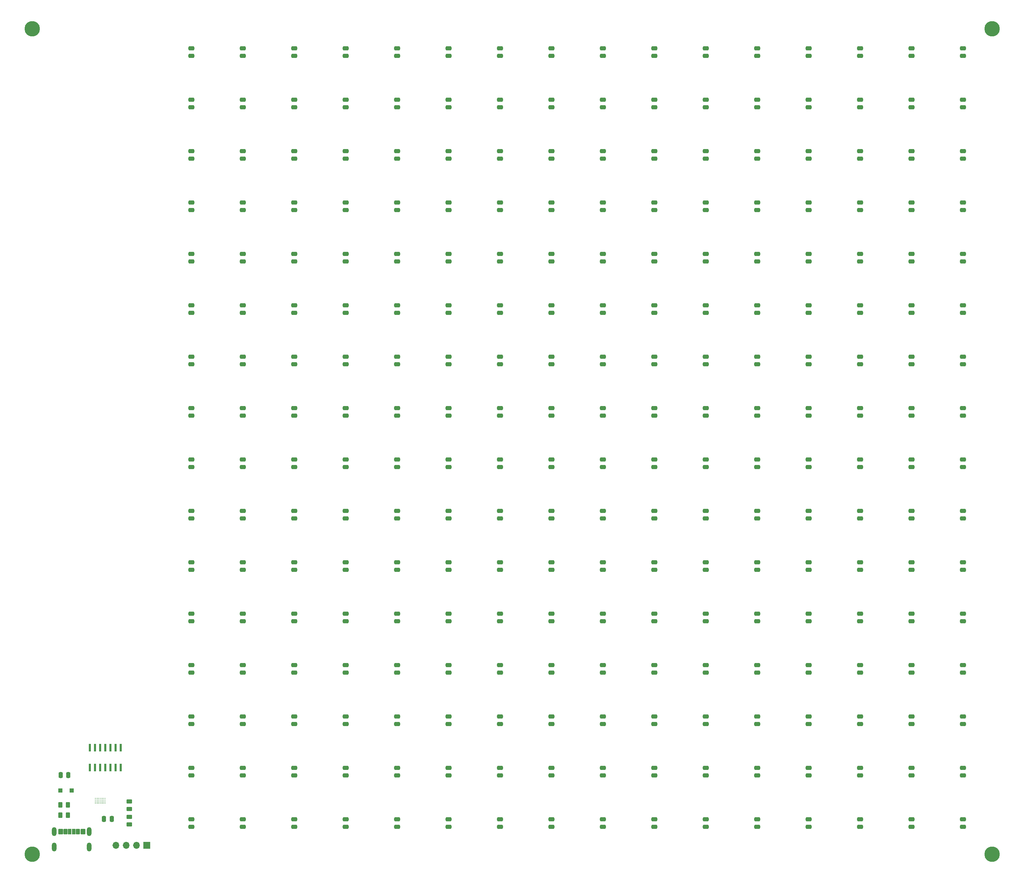
<source format=gbr>
%TF.GenerationSoftware,KiCad,Pcbnew,(7.0.0-0)*%
%TF.CreationDate,2023-09-26T09:25:19-06:00*%
%TF.ProjectId,led-matrix-v2-0,6c65642d-6d61-4747-9269-782d76322d30,4*%
%TF.SameCoordinates,Original*%
%TF.FileFunction,Soldermask,Bot*%
%TF.FilePolarity,Negative*%
%FSLAX46Y46*%
G04 Gerber Fmt 4.6, Leading zero omitted, Abs format (unit mm)*
G04 Created by KiCad (PCBNEW (7.0.0-0)) date 2023-09-26 09:25:19*
%MOMM*%
%LPD*%
G01*
G04 APERTURE LIST*
G04 Aperture macros list*
%AMRoundRect*
0 Rectangle with rounded corners*
0 $1 Rounding radius*
0 $2 $3 $4 $5 $6 $7 $8 $9 X,Y pos of 4 corners*
0 Add a 4 corners polygon primitive as box body*
4,1,4,$2,$3,$4,$5,$6,$7,$8,$9,$2,$3,0*
0 Add four circle primitives for the rounded corners*
1,1,$1+$1,$2,$3*
1,1,$1+$1,$4,$5*
1,1,$1+$1,$6,$7*
1,1,$1+$1,$8,$9*
0 Add four rect primitives between the rounded corners*
20,1,$1+$1,$2,$3,$4,$5,0*
20,1,$1+$1,$4,$5,$6,$7,0*
20,1,$1+$1,$6,$7,$8,$9,0*
20,1,$1+$1,$8,$9,$2,$3,0*%
G04 Aperture macros list end*
%ADD10R,1.700000X1.700000*%
%ADD11O,1.700000X1.700000*%
%ADD12C,3.800000*%
%ADD13RoundRect,0.250000X-0.475000X0.250000X-0.475000X-0.250000X0.475000X-0.250000X0.475000X0.250000X0*%
%ADD14R,0.558800X1.981200*%
%ADD15RoundRect,0.250000X-0.450000X0.262500X-0.450000X-0.262500X0.450000X-0.262500X0.450000X0.262500X0*%
%ADD16RoundRect,0.250000X0.262500X0.450000X-0.262500X0.450000X-0.262500X-0.450000X0.262500X-0.450000X0*%
%ADD17RoundRect,0.250000X0.300000X0.300000X-0.300000X0.300000X-0.300000X-0.300000X0.300000X-0.300000X0*%
%ADD18RoundRect,0.250000X0.250000X0.475000X-0.250000X0.475000X-0.250000X-0.475000X0.250000X-0.475000X0*%
%ADD19RoundRect,0.102000X0.350000X-0.575000X0.350000X0.575000X-0.350000X0.575000X-0.350000X-0.575000X0*%
%ADD20RoundRect,0.102000X0.400000X-0.575000X0.400000X0.575000X-0.400000X0.575000X-0.400000X-0.575000X0*%
%ADD21RoundRect,0.102000X0.450000X-0.575000X0.450000X0.575000X-0.450000X0.575000X-0.450000X-0.575000X0*%
%ADD22O,1.204000X2.204000*%
%ADD23RoundRect,0.250000X0.450000X-0.262500X0.450000X0.262500X-0.450000X0.262500X-0.450000X-0.262500X0*%
%ADD24C,0.230000*%
G04 APERTURE END LIST*
D10*
%TO.C,J1*%
X72339999Y-246799999D03*
D11*
X69799999Y-246799999D03*
X67259999Y-246799999D03*
X64719999Y-246799999D03*
%TD*%
D12*
%TO.C,REF\u002A\u002A*%
X44000000Y-45000000D03*
%TD*%
%TO.C,REF\u002A\u002A*%
X44000000Y-249000000D03*
%TD*%
%TO.C,REF\u002A\u002A*%
X281000000Y-45000000D03*
%TD*%
%TO.C,REF\u002A\u002A*%
X281000000Y-249000000D03*
%TD*%
D13*
%TO.C,C228*%
X235712000Y-100650000D03*
X235712000Y-102550000D03*
%TD*%
%TO.C,C36*%
X134112000Y-202250000D03*
X134112000Y-204150000D03*
%TD*%
%TO.C,C19*%
X108712000Y-214950000D03*
X108712000Y-216850000D03*
%TD*%
%TO.C,C90*%
X223012000Y-164150000D03*
X223012000Y-166050000D03*
%TD*%
%TO.C,C208*%
X197612000Y-138750000D03*
X197612000Y-140650000D03*
%TD*%
%TO.C,C153*%
X121412000Y-49850000D03*
X121412000Y-51750000D03*
%TD*%
%TO.C,C47*%
X146812000Y-227650000D03*
X146812000Y-229550000D03*
%TD*%
%TO.C,C200*%
X184912000Y-49850000D03*
X184912000Y-51750000D03*
%TD*%
%TO.C,C28*%
X121412000Y-189550000D03*
X121412000Y-191450000D03*
%TD*%
%TO.C,C173*%
X146812000Y-100650000D03*
X146812000Y-102550000D03*
%TD*%
%TO.C,C220*%
X223012000Y-87950000D03*
X223012000Y-89850000D03*
%TD*%
%TO.C,C113*%
X261112000Y-240350000D03*
X261112000Y-242250000D03*
%TD*%
%TO.C,C100*%
X235712000Y-202250000D03*
X235712000Y-204150000D03*
%TD*%
%TO.C,C162*%
X134112000Y-126050000D03*
X134112000Y-127950000D03*
%TD*%
%TO.C,C215*%
X210312000Y-62550000D03*
X210312000Y-64450000D03*
%TD*%
%TO.C,C27*%
X121412000Y-176850000D03*
X121412000Y-178750000D03*
%TD*%
%TO.C,C53*%
X159512000Y-189550000D03*
X159512000Y-191450000D03*
%TD*%
%TO.C,C59*%
X172212000Y-176850000D03*
X172212000Y-178750000D03*
%TD*%
%TO.C,C256*%
X273812000Y-138750000D03*
X273812000Y-140650000D03*
%TD*%
%TO.C,C125*%
X273812000Y-202250000D03*
X273812000Y-204150000D03*
%TD*%
%TO.C,C23*%
X108712000Y-164150000D03*
X108712000Y-166050000D03*
%TD*%
%TO.C,C167*%
X134112000Y-62550000D03*
X134112000Y-64450000D03*
%TD*%
%TO.C,C108*%
X248412000Y-189550000D03*
X248412000Y-191450000D03*
%TD*%
%TO.C,C166*%
X134112000Y-75250000D03*
X134112000Y-77150000D03*
%TD*%
%TO.C,C52*%
X159512000Y-202250000D03*
X159512000Y-204150000D03*
%TD*%
%TO.C,C140*%
X96012000Y-87950000D03*
X96012000Y-89850000D03*
%TD*%
%TO.C,C150*%
X108712000Y-75250000D03*
X108712000Y-77150000D03*
%TD*%
%TO.C,C135*%
X83312000Y-62550000D03*
X83312000Y-64450000D03*
%TD*%
%TO.C,C211*%
X210312000Y-113350000D03*
X210312000Y-115250000D03*
%TD*%
%TO.C,C73*%
X197612000Y-151450000D03*
X197612000Y-153350000D03*
%TD*%
%TO.C,C172*%
X146812000Y-87950000D03*
X146812000Y-89850000D03*
%TD*%
%TO.C,C196*%
X184912000Y-100650000D03*
X184912000Y-102550000D03*
%TD*%
%TO.C,C199*%
X184912000Y-62550000D03*
X184912000Y-64450000D03*
%TD*%
%TO.C,C65*%
X184912000Y-240350000D03*
X184912000Y-242250000D03*
%TD*%
%TO.C,C4*%
X83312000Y-202250000D03*
X83312000Y-204150000D03*
%TD*%
%TO.C,C239*%
X248412000Y-126050000D03*
X248412000Y-127950000D03*
%TD*%
%TO.C,C78*%
X197612000Y-214950000D03*
X197612000Y-216850000D03*
%TD*%
%TO.C,C242*%
X261112000Y-126050000D03*
X261112000Y-127950000D03*
%TD*%
%TO.C,C243*%
X261112000Y-113350000D03*
X261112000Y-115250000D03*
%TD*%
%TO.C,C210*%
X210312000Y-126050000D03*
X210312000Y-127950000D03*
%TD*%
%TO.C,C88*%
X210312000Y-151450000D03*
X210312000Y-153350000D03*
%TD*%
%TO.C,C67*%
X184912000Y-214950000D03*
X184912000Y-216850000D03*
%TD*%
%TO.C,C231*%
X235712000Y-62550000D03*
X235712000Y-64450000D03*
%TD*%
%TO.C,C112*%
X248412000Y-240350000D03*
X248412000Y-242250000D03*
%TD*%
%TO.C,C136*%
X83312000Y-49850000D03*
X83312000Y-51750000D03*
%TD*%
%TO.C,C193*%
X184912000Y-138750000D03*
X184912000Y-140650000D03*
%TD*%
%TO.C,C17*%
X108712000Y-240350000D03*
X108712000Y-242250000D03*
%TD*%
%TO.C,C158*%
X121412000Y-113350000D03*
X121412000Y-115250000D03*
%TD*%
%TO.C,C160*%
X121412000Y-138750000D03*
X121412000Y-140650000D03*
%TD*%
D14*
%TO.C,U1*%
X65909999Y-227563799D03*
X64639999Y-227563799D03*
X63369999Y-227563799D03*
X62099999Y-227563799D03*
X60829999Y-227563799D03*
X59559999Y-227563799D03*
X58289999Y-227563799D03*
X58289999Y-222636199D03*
X59559999Y-222636199D03*
X60829999Y-222636199D03*
X62099999Y-222636199D03*
X63369999Y-222636199D03*
X64639999Y-222636199D03*
X65909999Y-222636199D03*
%TD*%
D13*
%TO.C,C101*%
X235712000Y-189550000D03*
X235712000Y-191450000D03*
%TD*%
%TO.C,C185*%
X172212000Y-49850000D03*
X172212000Y-51750000D03*
%TD*%
%TO.C,C99*%
X235712000Y-214950000D03*
X235712000Y-216850000D03*
%TD*%
%TO.C,C76*%
X197612000Y-189550000D03*
X197612000Y-191450000D03*
%TD*%
%TO.C,C70*%
X184912000Y-176850000D03*
X184912000Y-178750000D03*
%TD*%
%TO.C,C84*%
X210312000Y-202250000D03*
X210312000Y-204150000D03*
%TD*%
%TO.C,C226*%
X235712000Y-126050000D03*
X235712000Y-127950000D03*
%TD*%
%TO.C,C72*%
X184912000Y-151450000D03*
X184912000Y-153350000D03*
%TD*%
%TO.C,C223*%
X223012000Y-126050000D03*
X223012000Y-127950000D03*
%TD*%
%TO.C,C50*%
X159512000Y-227650000D03*
X159512000Y-229550000D03*
%TD*%
%TO.C,C39*%
X134112000Y-164150000D03*
X134112000Y-166050000D03*
%TD*%
%TO.C,C41*%
X146812000Y-151450000D03*
X146812000Y-153350000D03*
%TD*%
%TO.C,C25*%
X121412000Y-151450000D03*
X121412000Y-153350000D03*
%TD*%
%TO.C,C33*%
X134112000Y-240350000D03*
X134112000Y-242250000D03*
%TD*%
%TO.C,C232*%
X235712000Y-49850000D03*
X235712000Y-51750000D03*
%TD*%
%TO.C,C109*%
X248412000Y-202250000D03*
X248412000Y-204150000D03*
%TD*%
%TO.C,C44*%
X146812000Y-189550000D03*
X146812000Y-191450000D03*
%TD*%
%TO.C,C251*%
X273812000Y-75250000D03*
X273812000Y-77150000D03*
%TD*%
%TO.C,C168*%
X134112000Y-49850000D03*
X134112000Y-51750000D03*
%TD*%
%TO.C,C130*%
X83312000Y-126050000D03*
X83312000Y-127950000D03*
%TD*%
%TO.C,C222*%
X223012000Y-113350000D03*
X223012000Y-115250000D03*
%TD*%
%TO.C,C147*%
X108712000Y-113350000D03*
X108712000Y-115250000D03*
%TD*%
%TO.C,C237*%
X248412000Y-100650000D03*
X248412000Y-102550000D03*
%TD*%
%TO.C,C82*%
X210312000Y-227650000D03*
X210312000Y-229550000D03*
%TD*%
%TO.C,C1*%
X83312000Y-240350000D03*
X83312000Y-242250000D03*
%TD*%
%TO.C,C213*%
X210312000Y-87950000D03*
X210312000Y-89850000D03*
%TD*%
%TO.C,C35*%
X134112000Y-214950000D03*
X134112000Y-216850000D03*
%TD*%
%TO.C,C77*%
X197612000Y-202250000D03*
X197612000Y-204150000D03*
%TD*%
%TO.C,C138*%
X96012000Y-62550000D03*
X96012000Y-64450000D03*
%TD*%
%TO.C,C204*%
X197612000Y-87950000D03*
X197612000Y-89850000D03*
%TD*%
%TO.C,C157*%
X121412000Y-100650000D03*
X121412000Y-102550000D03*
%TD*%
%TO.C,C155*%
X121412000Y-75250000D03*
X121412000Y-77150000D03*
%TD*%
%TO.C,C119*%
X261112000Y-164150000D03*
X261112000Y-166050000D03*
%TD*%
%TO.C,C206*%
X197612000Y-113350000D03*
X197612000Y-115250000D03*
%TD*%
%TO.C,C61*%
X172212000Y-202250000D03*
X172212000Y-204150000D03*
%TD*%
D15*
%TO.C,R4*%
X68000000Y-239775000D03*
X68000000Y-241600000D03*
%TD*%
D13*
%TO.C,C207*%
X197612000Y-126050000D03*
X197612000Y-127950000D03*
%TD*%
%TO.C,C221*%
X223012000Y-100650000D03*
X223012000Y-102550000D03*
%TD*%
%TO.C,C230*%
X235712000Y-75250000D03*
X235712000Y-77150000D03*
%TD*%
%TO.C,C9*%
X96012000Y-151450000D03*
X96012000Y-153350000D03*
%TD*%
%TO.C,C79*%
X197612000Y-227650000D03*
X197612000Y-229550000D03*
%TD*%
%TO.C,C252*%
X273812000Y-87950000D03*
X273812000Y-89850000D03*
%TD*%
%TO.C,C143*%
X96012000Y-126050000D03*
X96012000Y-127950000D03*
%TD*%
%TO.C,C188*%
X172212000Y-87950000D03*
X172212000Y-89850000D03*
%TD*%
%TO.C,C121*%
X273812000Y-151450000D03*
X273812000Y-153350000D03*
%TD*%
%TO.C,C192*%
X172212000Y-138750000D03*
X172212000Y-140650000D03*
%TD*%
D16*
%TO.C,R1*%
X52825000Y-239300000D03*
X51000000Y-239300000D03*
%TD*%
D13*
%TO.C,C7*%
X83312000Y-164150000D03*
X83312000Y-166050000D03*
%TD*%
%TO.C,C16*%
X96012000Y-240350000D03*
X96012000Y-242250000D03*
%TD*%
%TO.C,C152*%
X108712000Y-49850000D03*
X108712000Y-51750000D03*
%TD*%
%TO.C,C187*%
X172212000Y-75250000D03*
X172212000Y-77150000D03*
%TD*%
%TO.C,C212*%
X210312000Y-100650000D03*
X210312000Y-102550000D03*
%TD*%
%TO.C,C198*%
X184912000Y-75250000D03*
X184912000Y-77150000D03*
%TD*%
%TO.C,C194*%
X184912000Y-126050000D03*
X184912000Y-127950000D03*
%TD*%
%TO.C,C144*%
X96012000Y-138750000D03*
X96012000Y-140650000D03*
%TD*%
%TO.C,C129*%
X83312000Y-138750000D03*
X83312000Y-140650000D03*
%TD*%
%TO.C,C142*%
X96012000Y-113350000D03*
X96012000Y-115250000D03*
%TD*%
%TO.C,C191*%
X172212000Y-126050000D03*
X172212000Y-127950000D03*
%TD*%
%TO.C,C37*%
X134112000Y-189550000D03*
X134112000Y-191450000D03*
%TD*%
%TO.C,C248*%
X261112000Y-49850000D03*
X261112000Y-51750000D03*
%TD*%
%TO.C,C240*%
X248412000Y-138750000D03*
X248412000Y-140650000D03*
%TD*%
%TO.C,C159*%
X121412000Y-126050000D03*
X121412000Y-127950000D03*
%TD*%
%TO.C,C236*%
X248412000Y-87950000D03*
X248412000Y-89850000D03*
%TD*%
%TO.C,C137*%
X96012000Y-49850000D03*
X96012000Y-51750000D03*
%TD*%
%TO.C,C95*%
X223012000Y-227650000D03*
X223012000Y-229550000D03*
%TD*%
%TO.C,C224*%
X223012000Y-138750000D03*
X223012000Y-140650000D03*
%TD*%
%TO.C,C55*%
X159512000Y-164150000D03*
X159512000Y-166050000D03*
%TD*%
%TO.C,C169*%
X146812000Y-49850000D03*
X146812000Y-51750000D03*
%TD*%
%TO.C,C146*%
X108712000Y-126050000D03*
X108712000Y-127950000D03*
%TD*%
%TO.C,C132*%
X83312000Y-100650000D03*
X83312000Y-102550000D03*
%TD*%
%TO.C,C209*%
X210312000Y-138750000D03*
X210312000Y-140650000D03*
%TD*%
%TO.C,C244*%
X261112000Y-100650000D03*
X261112000Y-102550000D03*
%TD*%
%TO.C,C31*%
X121412000Y-227650000D03*
X121412000Y-229550000D03*
%TD*%
D17*
%TO.C,D257*%
X53800000Y-233200000D03*
X51000000Y-233200000D03*
%TD*%
D13*
%TO.C,C64*%
X172212000Y-240350000D03*
X172212000Y-242250000D03*
%TD*%
%TO.C,C18*%
X108712000Y-227650000D03*
X108712000Y-229550000D03*
%TD*%
%TO.C,C56*%
X159512000Y-151450000D03*
X159512000Y-153350000D03*
%TD*%
%TO.C,C80*%
X197612000Y-240350000D03*
X197612000Y-242250000D03*
%TD*%
%TO.C,C134*%
X83312000Y-75250000D03*
X83312000Y-77150000D03*
%TD*%
D18*
%TO.C,C257*%
X52950000Y-229400000D03*
X51050000Y-229400000D03*
%TD*%
D13*
%TO.C,C111*%
X248412000Y-227650000D03*
X248412000Y-229550000D03*
%TD*%
%TO.C,C69*%
X184912000Y-189550000D03*
X184912000Y-191450000D03*
%TD*%
D19*
%TO.C,J2*%
X54300000Y-243395000D03*
D20*
X52280000Y-243395000D03*
D21*
X51050000Y-243395000D03*
D19*
X53300000Y-243395000D03*
D20*
X55320000Y-243395000D03*
D21*
X56550000Y-243395000D03*
D22*
X58119999Y-243399999D03*
X49479999Y-243399999D03*
X58119999Y-247199999D03*
X49479999Y-247199999D03*
%TD*%
D13*
%TO.C,C93*%
X223012000Y-202250000D03*
X223012000Y-204150000D03*
%TD*%
%TO.C,C184*%
X159512000Y-49850000D03*
X159512000Y-51750000D03*
%TD*%
%TO.C,C66*%
X184912000Y-227650000D03*
X184912000Y-229550000D03*
%TD*%
%TO.C,C87*%
X210312000Y-164150000D03*
X210312000Y-166050000D03*
%TD*%
%TO.C,C5*%
X83312000Y-189550000D03*
X83312000Y-191450000D03*
%TD*%
%TO.C,C171*%
X146812000Y-75250000D03*
X146812000Y-77150000D03*
%TD*%
%TO.C,C20*%
X108712000Y-202250000D03*
X108712000Y-204150000D03*
%TD*%
%TO.C,C68*%
X184912000Y-202250000D03*
X184912000Y-204150000D03*
%TD*%
%TO.C,C81*%
X210312000Y-240350000D03*
X210312000Y-242250000D03*
%TD*%
%TO.C,C156*%
X121412000Y-87950000D03*
X121412000Y-89850000D03*
%TD*%
%TO.C,C107*%
X248412000Y-176850000D03*
X248412000Y-178750000D03*
%TD*%
%TO.C,C98*%
X235712000Y-227650000D03*
X235712000Y-229550000D03*
%TD*%
%TO.C,C216*%
X210312000Y-49850000D03*
X210312000Y-51750000D03*
%TD*%
%TO.C,C63*%
X172212000Y-227650000D03*
X172212000Y-229550000D03*
%TD*%
%TO.C,C13*%
X96012000Y-202250000D03*
X96012000Y-204150000D03*
%TD*%
%TO.C,C180*%
X159512000Y-100650000D03*
X159512000Y-102550000D03*
%TD*%
%TO.C,C106*%
X248412000Y-164150000D03*
X248412000Y-166050000D03*
%TD*%
%TO.C,C15*%
X96012000Y-227650000D03*
X96012000Y-229550000D03*
%TD*%
%TO.C,C38*%
X134112000Y-176850000D03*
X134112000Y-178750000D03*
%TD*%
%TO.C,C22*%
X108712000Y-176850000D03*
X108712000Y-178750000D03*
%TD*%
%TO.C,C115*%
X261112000Y-214950000D03*
X261112000Y-216850000D03*
%TD*%
%TO.C,C148*%
X108712000Y-100650000D03*
X108712000Y-102550000D03*
%TD*%
%TO.C,C49*%
X159512000Y-240350000D03*
X159512000Y-242250000D03*
%TD*%
%TO.C,C190*%
X172212000Y-113350000D03*
X172212000Y-115250000D03*
%TD*%
%TO.C,C58*%
X172212000Y-164150000D03*
X172212000Y-166050000D03*
%TD*%
%TO.C,C197*%
X184912000Y-87950000D03*
X184912000Y-89850000D03*
%TD*%
%TO.C,C118*%
X261112000Y-176850000D03*
X261112000Y-178750000D03*
%TD*%
D18*
%TO.C,C258*%
X63650000Y-240300000D03*
X61750000Y-240300000D03*
%TD*%
D13*
%TO.C,C149*%
X108712000Y-87950000D03*
X108712000Y-89850000D03*
%TD*%
%TO.C,C57*%
X172212000Y-151450000D03*
X172212000Y-153350000D03*
%TD*%
%TO.C,C219*%
X223012000Y-75250000D03*
X223012000Y-77150000D03*
%TD*%
%TO.C,C189*%
X172212000Y-100650000D03*
X172212000Y-102550000D03*
%TD*%
%TO.C,C127*%
X273812000Y-227650000D03*
X273812000Y-229550000D03*
%TD*%
%TO.C,C203*%
X197612000Y-75250000D03*
X197612000Y-77150000D03*
%TD*%
%TO.C,C235*%
X248412000Y-75250000D03*
X248412000Y-77150000D03*
%TD*%
%TO.C,C30*%
X121412000Y-214950000D03*
X121412000Y-216850000D03*
%TD*%
%TO.C,C42*%
X146812000Y-164150000D03*
X146812000Y-166050000D03*
%TD*%
%TO.C,C54*%
X159512000Y-176850000D03*
X159512000Y-178750000D03*
%TD*%
%TO.C,C181*%
X159512000Y-87950000D03*
X159512000Y-89850000D03*
%TD*%
%TO.C,C46*%
X146812000Y-214950000D03*
X146812000Y-216850000D03*
%TD*%
%TO.C,C126*%
X273812000Y-214950000D03*
X273812000Y-216850000D03*
%TD*%
%TO.C,C2*%
X83312000Y-227650000D03*
X83312000Y-229550000D03*
%TD*%
%TO.C,C8*%
X83312000Y-151450000D03*
X83312000Y-153350000D03*
%TD*%
%TO.C,C154*%
X121412000Y-62550000D03*
X121412000Y-64450000D03*
%TD*%
%TO.C,C225*%
X235712000Y-138750000D03*
X235712000Y-140650000D03*
%TD*%
%TO.C,C250*%
X273812000Y-62550000D03*
X273812000Y-64450000D03*
%TD*%
%TO.C,C164*%
X134112000Y-100650000D03*
X134112000Y-102550000D03*
%TD*%
%TO.C,C247*%
X261112000Y-62550000D03*
X261112000Y-64450000D03*
%TD*%
%TO.C,C89*%
X223012000Y-151450000D03*
X223012000Y-153350000D03*
%TD*%
%TO.C,C92*%
X223012000Y-189550000D03*
X223012000Y-191450000D03*
%TD*%
%TO.C,C94*%
X223012000Y-214950000D03*
X223012000Y-216850000D03*
%TD*%
%TO.C,C217*%
X223012000Y-49850000D03*
X223012000Y-51750000D03*
%TD*%
%TO.C,C12*%
X96012000Y-189550000D03*
X96012000Y-191450000D03*
%TD*%
%TO.C,C43*%
X146812000Y-176850000D03*
X146812000Y-178750000D03*
%TD*%
%TO.C,C34*%
X134112000Y-227650000D03*
X134112000Y-229550000D03*
%TD*%
%TO.C,C234*%
X248412000Y-62550000D03*
X248412000Y-64450000D03*
%TD*%
%TO.C,C227*%
X235712000Y-113350000D03*
X235712000Y-115250000D03*
%TD*%
%TO.C,C201*%
X197612000Y-49850000D03*
X197612000Y-51750000D03*
%TD*%
%TO.C,C122*%
X273812000Y-164150000D03*
X273812000Y-166050000D03*
%TD*%
%TO.C,C86*%
X210312000Y-176850000D03*
X210312000Y-178750000D03*
%TD*%
%TO.C,C179*%
X159512000Y-113350000D03*
X159512000Y-115250000D03*
%TD*%
%TO.C,C195*%
X184912000Y-113350000D03*
X184912000Y-115250000D03*
%TD*%
%TO.C,C139*%
X96012000Y-75250000D03*
X96012000Y-77150000D03*
%TD*%
%TO.C,C29*%
X121412000Y-202250000D03*
X121412000Y-204150000D03*
%TD*%
%TO.C,C253*%
X273812000Y-100650000D03*
X273812000Y-102550000D03*
%TD*%
%TO.C,C104*%
X235712000Y-151450000D03*
X235712000Y-153350000D03*
%TD*%
%TO.C,C85*%
X210312000Y-189550000D03*
X210312000Y-191450000D03*
%TD*%
%TO.C,C48*%
X146812000Y-240350000D03*
X146812000Y-242250000D03*
%TD*%
D23*
%TO.C,R3*%
X68000000Y-237800000D03*
X68000000Y-235975000D03*
%TD*%
D16*
%TO.C,R2*%
X52825000Y-236800000D03*
X51000000Y-236800000D03*
%TD*%
D13*
%TO.C,C178*%
X159512000Y-126050000D03*
X159512000Y-127950000D03*
%TD*%
%TO.C,C21*%
X108712000Y-189550000D03*
X108712000Y-191450000D03*
%TD*%
%TO.C,C255*%
X273812000Y-126050000D03*
X273812000Y-127950000D03*
%TD*%
%TO.C,C249*%
X273812000Y-49850000D03*
X273812000Y-51750000D03*
%TD*%
%TO.C,C202*%
X197612000Y-62550000D03*
X197612000Y-64450000D03*
%TD*%
%TO.C,C218*%
X223012000Y-62550000D03*
X223012000Y-64450000D03*
%TD*%
%TO.C,C105*%
X248412000Y-151450000D03*
X248412000Y-153350000D03*
%TD*%
%TO.C,C10*%
X96012000Y-164150000D03*
X96012000Y-166050000D03*
%TD*%
%TO.C,C102*%
X235712000Y-176850000D03*
X235712000Y-178750000D03*
%TD*%
%TO.C,C103*%
X235712000Y-164150000D03*
X235712000Y-166050000D03*
%TD*%
%TO.C,C110*%
X248412000Y-214950000D03*
X248412000Y-216850000D03*
%TD*%
%TO.C,C71*%
X184912000Y-164150000D03*
X184912000Y-166050000D03*
%TD*%
%TO.C,C11*%
X96012000Y-176850000D03*
X96012000Y-178750000D03*
%TD*%
%TO.C,C97*%
X235712000Y-240350000D03*
X235712000Y-242250000D03*
%TD*%
%TO.C,C74*%
X197612000Y-164150000D03*
X197612000Y-166050000D03*
%TD*%
%TO.C,C233*%
X248412000Y-49850000D03*
X248412000Y-51750000D03*
%TD*%
%TO.C,C114*%
X261112000Y-227650000D03*
X261112000Y-229550000D03*
%TD*%
%TO.C,C124*%
X273812000Y-189550000D03*
X273812000Y-191450000D03*
%TD*%
%TO.C,C254*%
X273812000Y-113350000D03*
X273812000Y-115250000D03*
%TD*%
%TO.C,C117*%
X261112000Y-189550000D03*
X261112000Y-191450000D03*
%TD*%
%TO.C,C177*%
X159512000Y-138750000D03*
X159512000Y-140650000D03*
%TD*%
%TO.C,C51*%
X159512000Y-214950000D03*
X159512000Y-216850000D03*
%TD*%
%TO.C,C123*%
X273812000Y-176850000D03*
X273812000Y-178750000D03*
%TD*%
%TO.C,C83*%
X210312000Y-214950000D03*
X210312000Y-216850000D03*
%TD*%
%TO.C,C141*%
X96012000Y-100650000D03*
X96012000Y-102550000D03*
%TD*%
%TO.C,C40*%
X134112000Y-151450000D03*
X134112000Y-153350000D03*
%TD*%
%TO.C,C62*%
X172212000Y-214950000D03*
X172212000Y-216850000D03*
%TD*%
%TO.C,C163*%
X134112000Y-113350000D03*
X134112000Y-115250000D03*
%TD*%
%TO.C,C26*%
X121412000Y-164150000D03*
X121412000Y-166050000D03*
%TD*%
%TO.C,C245*%
X261112000Y-87950000D03*
X261112000Y-89850000D03*
%TD*%
%TO.C,C14*%
X96012000Y-214950000D03*
X96012000Y-216850000D03*
%TD*%
%TO.C,C120*%
X261112000Y-151450000D03*
X261112000Y-153350000D03*
%TD*%
%TO.C,C3*%
X83312000Y-214950000D03*
X83312000Y-216850000D03*
%TD*%
%TO.C,C60*%
X172212000Y-189550000D03*
X172212000Y-191450000D03*
%TD*%
%TO.C,C170*%
X146812000Y-62550000D03*
X146812000Y-64450000D03*
%TD*%
%TO.C,C32*%
X121412000Y-240350000D03*
X121412000Y-242250000D03*
%TD*%
%TO.C,C186*%
X172212000Y-62550000D03*
X172212000Y-64450000D03*
%TD*%
%TO.C,C182*%
X159512000Y-75250000D03*
X159512000Y-77150000D03*
%TD*%
%TO.C,C75*%
X197612000Y-176850000D03*
X197612000Y-178750000D03*
%TD*%
%TO.C,C96*%
X223012000Y-240350000D03*
X223012000Y-242250000D03*
%TD*%
%TO.C,C175*%
X146812000Y-126050000D03*
X146812000Y-127950000D03*
%TD*%
%TO.C,C246*%
X261112000Y-75250000D03*
X261112000Y-77150000D03*
%TD*%
%TO.C,C214*%
X210312000Y-75250000D03*
X210312000Y-77150000D03*
%TD*%
D24*
%TO.C,U2*%
X59600000Y-235200000D03*
X59600000Y-235600000D03*
X59600000Y-236000000D03*
X59600000Y-236400000D03*
X60000000Y-235200000D03*
X60000000Y-235600000D03*
X60000000Y-236000000D03*
X60000000Y-236400000D03*
X60400000Y-235200000D03*
X60400000Y-235600000D03*
X60400000Y-236000000D03*
X60400000Y-236400000D03*
X60800000Y-235200000D03*
X60800000Y-235600000D03*
X60800000Y-236000000D03*
X60800000Y-236400000D03*
X61200000Y-235200000D03*
X61200000Y-235600000D03*
X61200000Y-236000000D03*
X61200000Y-236400000D03*
X61600000Y-235200000D03*
X61600000Y-235600000D03*
X61600000Y-236000000D03*
X61600000Y-236400000D03*
X62000000Y-235200000D03*
X62000000Y-235600000D03*
X62000000Y-236000000D03*
X62000000Y-236400000D03*
%TD*%
D13*
%TO.C,C6*%
X83312000Y-176850000D03*
X83312000Y-178750000D03*
%TD*%
%TO.C,C183*%
X159512000Y-62550000D03*
X159512000Y-64450000D03*
%TD*%
%TO.C,C176*%
X146812000Y-138750000D03*
X146812000Y-140650000D03*
%TD*%
%TO.C,C131*%
X83312000Y-113350000D03*
X83312000Y-115250000D03*
%TD*%
%TO.C,C238*%
X248412000Y-113350000D03*
X248412000Y-115250000D03*
%TD*%
%TO.C,C229*%
X235712000Y-87950000D03*
X235712000Y-89850000D03*
%TD*%
%TO.C,C205*%
X197612000Y-100650000D03*
X197612000Y-102550000D03*
%TD*%
%TO.C,C45*%
X146812000Y-202250000D03*
X146812000Y-204150000D03*
%TD*%
%TO.C,C165*%
X134112000Y-87950000D03*
X134112000Y-89850000D03*
%TD*%
%TO.C,C133*%
X83312000Y-87950000D03*
X83312000Y-89850000D03*
%TD*%
%TO.C,C24*%
X108712000Y-151450000D03*
X108712000Y-153350000D03*
%TD*%
%TO.C,C174*%
X146812000Y-113350000D03*
X146812000Y-115250000D03*
%TD*%
%TO.C,C128*%
X273812000Y-240350000D03*
X273812000Y-242250000D03*
%TD*%
%TO.C,C91*%
X223012000Y-176850000D03*
X223012000Y-178750000D03*
%TD*%
%TO.C,C241*%
X261112000Y-138750000D03*
X261112000Y-140650000D03*
%TD*%
%TO.C,C161*%
X134112000Y-138750000D03*
X134112000Y-140650000D03*
%TD*%
%TO.C,C151*%
X108712000Y-62550000D03*
X108712000Y-64450000D03*
%TD*%
%TO.C,C145*%
X108712000Y-138750000D03*
X108712000Y-140650000D03*
%TD*%
%TO.C,C116*%
X261112000Y-202250000D03*
X261112000Y-204150000D03*
%TD*%
M02*

</source>
